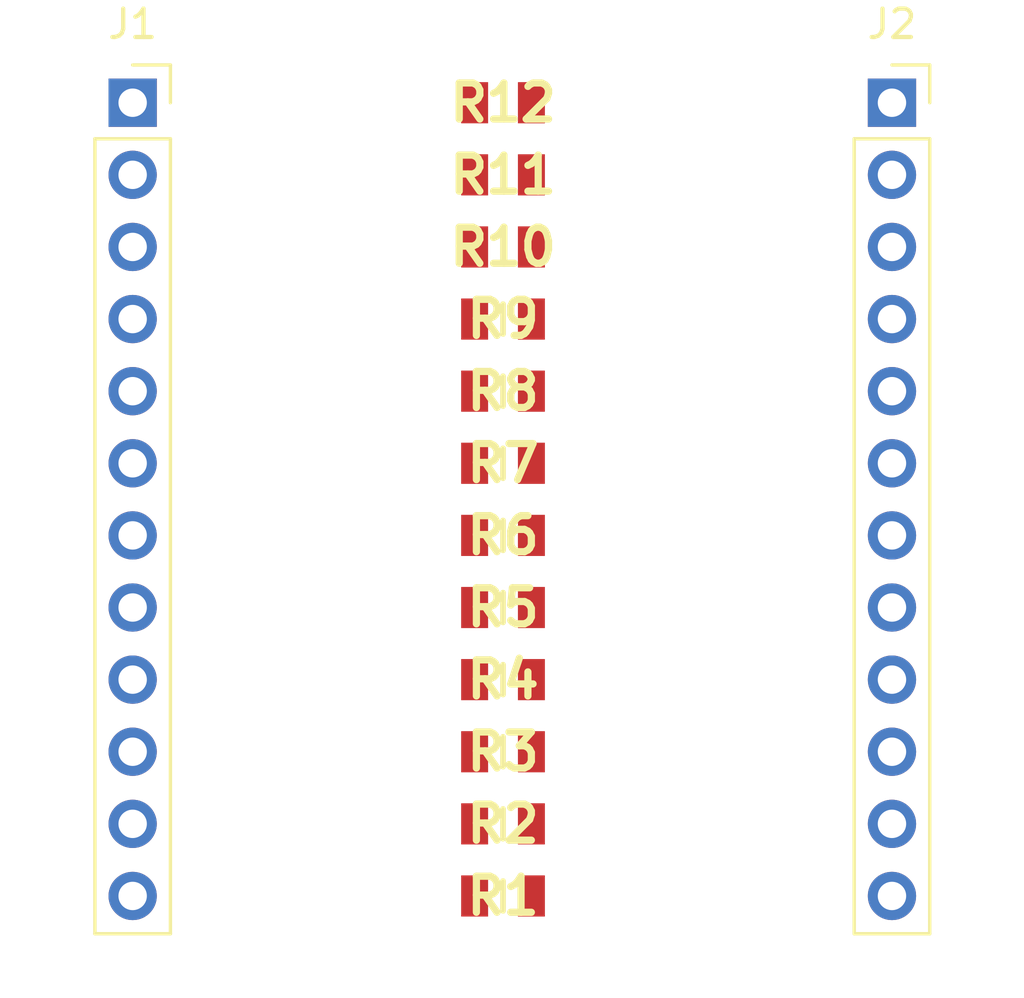
<source format=kicad_pcb>
(kicad_pcb (version 20221018) (generator pcbnew)
  (layers (0 "F.Cu" signal) (31 "B.Cu" signal) (34 "B.Paste" user) (35 "F.Paste" user) (36 "B.SilkS" user "B.Silkscreen") (37 "F.SilkS" user "F.Silkscreen") (38 "B.Mask" user) (39 "F.Mask" user) (44 "Edge.Cuts" user))
  (net 0 "")
  (net 1 "Net-(J1-Pin_1)")
  (net 2 "Net-(J1-Pin_2)")
  (net 3 "Net-(J1-Pin_3)")
  (net 4 "Net-(J1-Pin_4)")
  (net 5 "Net-(J1-Pin_5)")
  (net 6 "Net-(J1-Pin_6)")
  (net 7 "Net-(J1-Pin_7)")
  (net 8 "Net-(J1-Pin_8)")
  (net 9 "Net-(J1-Pin_9)")
  (net 10 "Net-(J1-Pin_10)")
  (net 11 "Net-(J1-Pin_11)")
  (net 12 "Net-(J1-Pin_12)")
  (net 13 "Net-(J2-Pin_1)")
  (net 14 "Net-(J2-Pin_2)")
  (net 15 "Net-(J2-Pin_3)")
  (net 16 "Net-(J2-Pin_4)")
  (net 17 "Net-(J2-Pin_5)")
  (net 18 "Net-(J2-Pin_6)")
  (net 19 "Net-(J2-Pin_7)")
  (net 20 "Net-(J2-Pin_8)")
  (net 21 "Net-(J2-Pin_9)")
  (net 22 "Net-(J2-Pin_10)")
  (net 23 "Net-(J2-Pin_11)")
  (net 24 "Net-(J2-Pin_12)")
  (footprint "FixedWing:RESC2012X50N" (layer "F.Cu") (at 148.86 91.44)
    (fp_text reference "R2" (at 0 0) (layer "F.SilkS") (effects (font (size 1.27 1.27) (thickness 0.254))))
    (fp_text value "100Ω" hide)
    (fp_line (start 0 -0.525) (end 0 0.525) (stroke (width 0.2)) (layer "F.SilkS"))
    (pad "1" smd rect (at -1 0) (size 0.95 1.45) (layers "F.Cu" "F.Paste" "F.Mask") (net 11 "Net-(J1-Pin_11)"))
    (pad "2" smd rect (at 1 0) (size 0.95 1.45) (layers "F.Cu" "F.Paste" "F.Mask") (net 23 "Net-(J2-Pin_11)"))
  )
  (footprint "FixedWing:RESC2012X50N" (layer "F.Cu") (at 148.86 93.98)
    (fp_text reference "R1" (at 0 0) (layer "F.SilkS") (effects (font (size 1.27 1.27) (thickness 0.254))))
    (fp_text value "100Ω" hide)
    (fp_line (start 0 -0.525) (end 0 0.525) (stroke (width 0.2)) (layer "F.SilkS"))
    (pad "1" smd rect (at -1 0) (size 0.95 1.45) (layers "F.Cu" "F.Paste" "F.Mask") (net 12 "Net-(J1-Pin_12)"))
    (pad "2" smd rect (at 1 0) (size 0.95 1.45) (layers "F.Cu" "F.Paste" "F.Mask") (net 24 "Net-(J2-Pin_12)"))
  )
  (footprint "Connector_PinSocket_2.54mm:PinSocket_1x12_P2.54mm_Vertical" (layer "F.Cu") (at 135.815 66.04)
    (fp_text reference "J1" (at 0 -2.77) (layer "F.SilkS"))
    (fp_text value "Conn_01x12")
    (fp_line (start -1.33 1.27) (end -1.33 29.27) (stroke (width 0.12)) (layer "F.SilkS"))
    (fp_line (start -1.33 1.27) (end 1.33 1.27) (stroke (width 0.12)) (layer "F.SilkS"))
    (fp_line (start -1.33 29.27) (end 1.33 29.27) (stroke (width 0.12)) (layer "F.SilkS"))
    (fp_line (start 0 -1.33) (end 1.33 -1.33) (stroke (width 0.12)) (layer "F.SilkS"))
    (fp_line (start 1.33 -1.33) (end 1.33 0) (stroke (width 0.12)) (layer "F.SilkS"))
    (fp_line (start 1.33 1.27) (end 1.33 29.27) (stroke (width 0.12)) (layer "F.SilkS"))
    (pad "1" thru_hole rect (at 0 0) (size 1.7 1.7) (drill 1) (layers "*.Cu" "*.Mask") (net 1 "Net-(J1-Pin_1)"))
    (pad "2" thru_hole oval (at 0 2.54) (size 1.7 1.7) (drill 1) (layers "*.Cu" "*.Mask") (net 2 "Net-(J1-Pin_2)"))
    (pad "3" thru_hole oval (at 0 5.08) (size 1.7 1.7) (drill 1) (layers "*.Cu" "*.Mask") (net 3 "Net-(J1-Pin_3)"))
    (pad "4" thru_hole oval (at 0 7.62) (size 1.7 1.7) (drill 1) (layers "*.Cu" "*.Mask") (net 4 "Net-(J1-Pin_4)"))
    (pad "5" thru_hole oval (at 0 10.16) (size 1.7 1.7) (drill 1) (layers "*.Cu" "*.Mask") (net 5 "Net-(J1-Pin_5)"))
    (pad "6" thru_hole oval (at 0 12.7) (size 1.7 1.7) (drill 1) (layers "*.Cu" "*.Mask") (net 6 "Net-(J1-Pin_6)"))
    (pad "7" thru_hole oval (at 0 15.24) (size 1.7 1.7) (drill 1) (layers "*.Cu" "*.Mask") (net 7 "Net-(J1-Pin_7)"))
    (pad "8" thru_hole oval (at 0 17.78) (size 1.7 1.7) (drill 1) (layers "*.Cu" "*.Mask") (net 8 "Net-(J1-Pin_8)"))
    (pad "9" thru_hole oval (at 0 20.32) (size 1.7 1.7) (drill 1) (layers "*.Cu" "*.Mask") (net 9 "Net-(J1-Pin_9)"))
    (pad "10" thru_hole oval (at 0 22.86) (size 1.7 1.7) (drill 1) (layers "*.Cu" "*.Mask") (net 10 "Net-(J1-Pin_10)"))
    (pad "11" thru_hole oval (at 0 25.4) (size 1.7 1.7) (drill 1) (layers "*.Cu" "*.Mask") (net 11 "Net-(J1-Pin_11)"))
    (pad "12" thru_hole oval (at 0 27.94) (size 1.7 1.7) (drill 1) (layers "*.Cu" "*.Mask") (net 12 "Net-(J1-Pin_12)"))
  )
  (footprint "FixedWing:RESC2012X50N" (layer "F.Cu") (at 148.86 71.12)
    (fp_text reference "R10" (at 0 0) (layer "F.SilkS") (effects (font (size 1.27 1.27) (thickness 0.254))))
    (fp_text value "100Ω" hide)
    (fp_line (start 0 -0.525) (end 0 0.525) (stroke (width 0.2)) (layer "F.SilkS"))
    (pad "1" smd rect (at -1 0) (size 0.95 1.45) (layers "F.Cu" "F.Paste" "F.Mask") (net 3 "Net-(J1-Pin_3)"))
    (pad "2" smd rect (at 1 0) (size 0.95 1.45) (layers "F.Cu" "F.Paste" "F.Mask") (net 15 "Net-(J2-Pin_3)"))
  )
  (footprint "FixedWing:RESC2012X50N" (layer "F.Cu") (at 148.86 78.74)
    (fp_text reference "R7" (at 0 0) (layer "F.SilkS") (effects (font (size 1.27 1.27) (thickness 0.254))))
    (fp_text value "100Ω" hide)
    (fp_line (start 0 -0.525) (end 0 0.525) (stroke (width 0.2)) (layer "F.SilkS"))
    (pad "1" smd rect (at -1 0) (size 0.95 1.45) (layers "F.Cu" "F.Paste" "F.Mask") (net 6 "Net-(J1-Pin_6)"))
    (pad "2" smd rect (at 1 0) (size 0.95 1.45) (layers "F.Cu" "F.Paste" "F.Mask") (net 18 "Net-(J2-Pin_6)"))
  )
  (footprint "FixedWing:RESC2012X50N" (layer "F.Cu") (at 148.86 83.82)
    (fp_text reference "R5" (at 0 0) (layer "F.SilkS") (effects (font (size 1.27 1.27) (thickness 0.254))))
    (fp_text value "100Ω" hide)
    (fp_line (start 0 -0.525) (end 0 0.525) (stroke (width 0.2)) (layer "F.SilkS"))
    (pad "1" smd rect (at -1 0) (size 0.95 1.45) (layers "F.Cu" "F.Paste" "F.Mask") (net 8 "Net-(J1-Pin_8)"))
    (pad "2" smd rect (at 1 0) (size 0.95 1.45) (layers "F.Cu" "F.Paste" "F.Mask") (net 20 "Net-(J2-Pin_8)"))
  )
  (footprint "FixedWing:RESC2012X50N" (layer "F.Cu") (at 148.86 76.2)
    (fp_text reference "R8" (at 0 0) (layer "F.SilkS") (effects (font (size 1.27 1.27) (thickness 0.254))))
    (fp_text value "100Ω" hide)
    (fp_line (start 0 -0.525) (end 0 0.525) (stroke (width 0.2)) (layer "F.SilkS"))
    (pad "1" smd rect (at -1 0) (size 0.95 1.45) (layers "F.Cu" "F.Paste" "F.Mask") (net 5 "Net-(J1-Pin_5)"))
    (pad "2" smd rect (at 1 0) (size 0.95 1.45) (layers "F.Cu" "F.Paste" "F.Mask") (net 17 "Net-(J2-Pin_5)"))
  )
  (footprint "FixedWing:RESC2012X50N" (layer "F.Cu") (at 148.86 68.58)
    (fp_text reference "R11" (at 0 0) (layer "F.SilkS") (effects (font (size 1.27 1.27) (thickness 0.254))))
    (fp_text value "100Ω" hide)
    (fp_line (start 0 -0.525) (end 0 0.525) (stroke (width 0.2)) (layer "F.SilkS"))
    (pad "1" smd rect (at -1 0) (size 0.95 1.45) (layers "F.Cu" "F.Paste" "F.Mask") (net 2 "Net-(J1-Pin_2)"))
    (pad "2" smd rect (at 1 0) (size 0.95 1.45) (layers "F.Cu" "F.Paste" "F.Mask") (net 14 "Net-(J2-Pin_2)"))
  )
  (footprint "FixedWing:RESC2012X50N" (layer "F.Cu") (at 148.86 81.28)
    (fp_text reference "R6" (at 0 0) (layer "F.SilkS") (effects (font (size 1.27 1.27) (thickness 0.254))))
    (fp_text value "100Ω" hide)
    (fp_line (start 0 -0.525) (end 0 0.525) (stroke (width 0.2)) (layer "F.SilkS"))
    (pad "1" smd rect (at -1 0) (size 0.95 1.45) (layers "F.Cu" "F.Paste" "F.Mask") (net 7 "Net-(J1-Pin_7)"))
    (pad "2" smd rect (at 1 0) (size 0.95 1.45) (layers "F.Cu" "F.Paste" "F.Mask") (net 19 "Net-(J2-Pin_7)"))
  )
  (footprint "FixedWing:RESC2012X50N" (layer "F.Cu") (at 148.86 66.04)
    (fp_text reference "R12" (at 0 0) (layer "F.SilkS") (effects (font (size 1.27 1.27) (thickness 0.254))))
    (fp_text value "100Ω" hide)
    (fp_line (start 0 -0.525) (end 0 0.525) (stroke (width 0.2)) (layer "F.SilkS"))
    (pad "1" smd rect (at -1 0) (size 0.95 1.45) (layers "F.Cu" "F.Paste" "F.Mask") (net 1 "Net-(J1-Pin_1)"))
    (pad "2" smd rect (at 1 0) (size 0.95 1.45) (layers "F.Cu" "F.Paste" "F.Mask") (net 13 "Net-(J2-Pin_1)"))
  )
  (footprint "Connector_PinSocket_2.54mm:PinSocket_1x12_P2.54mm_Vertical" (layer "F.Cu") (at 162.56 66.04)
    (fp_text reference "J2" (at 0 -2.77) (layer "F.SilkS"))
    (fp_text value "Conn_01x12")
    (fp_line (start -1.33 1.27) (end -1.33 29.27) (stroke (width 0.12)) (layer "F.SilkS"))
    (fp_line (start -1.33 1.27) (end 1.33 1.27) (stroke (width 0.12)) (layer "F.SilkS"))
    (fp_line (start -1.33 29.27) (end 1.33 29.27) (stroke (width 0.12)) (layer "F.SilkS"))
    (fp_line (start 0 -1.33) (end 1.33 -1.33) (stroke (width 0.12)) (layer "F.SilkS"))
    (fp_line (start 1.33 -1.33) (end 1.33 0) (stroke (width 0.12)) (layer "F.SilkS"))
    (fp_line (start 1.33 1.27) (end 1.33 29.27) (stroke (width 0.12)) (layer "F.SilkS"))
    (pad "1" thru_hole rect (at 0 0) (size 1.7 1.7) (drill 1) (layers "*.Cu" "*.Mask") (net 13 "Net-(J2-Pin_1)"))
    (pad "2" thru_hole oval (at 0 2.54) (size 1.7 1.7) (drill 1) (layers "*.Cu" "*.Mask") (net 14 "Net-(J2-Pin_2)"))
    (pad "3" thru_hole oval (at 0 5.08) (size 1.7 1.7) (drill 1) (layers "*.Cu" "*.Mask") (net 15 "Net-(J2-Pin_3)"))
    (pad "4" thru_hole oval (at 0 7.62) (size 1.7 1.7) (drill 1) (layers "*.Cu" "*.Mask") (net 16 "Net-(J2-Pin_4)"))
    (pad "5" thru_hole oval (at 0 10.16) (size 1.7 1.7) (drill 1) (layers "*.Cu" "*.Mask") (net 17 "Net-(J2-Pin_5)"))
    (pad "6" thru_hole oval (at 0 12.7) (size 1.7 1.7) (drill 1) (layers "*.Cu" "*.Mask") (net 18 "Net-(J2-Pin_6)"))
    (pad "7" thru_hole oval (at 0 15.24) (size 1.7 1.7) (drill 1) (layers "*.Cu" "*.Mask") (net 19 "Net-(J2-Pin_7)"))
    (pad "8" thru_hole oval (at 0 17.78) (size 1.7 1.7) (drill 1) (layers "*.Cu" "*.Mask") (net 20 "Net-(J2-Pin_8)"))
    (pad "9" thru_hole oval (at 0 20.32) (size 1.7 1.7) (drill 1) (layers "*.Cu" "*.Mask") (net 21 "Net-(J2-Pin_9)"))
    (pad "10" thru_hole oval (at 0 22.86) (size 1.7 1.7) (drill 1) (layers "*.Cu" "*.Mask") (net 22 "Net-(J2-Pin_10)"))
    (pad "11" thru_hole oval (at 0 25.4) (size 1.7 1.7) (drill 1) (layers "*.Cu" "*.Mask") (net 23 "Net-(J2-Pin_11)"))
    (pad "12" thru_hole oval (at 0 27.94) (size 1.7 1.7) (drill 1) (layers "*.Cu" "*.Mask") (net 24 "Net-(J2-Pin_12)"))
  )
  (footprint "FixedWing:RESC2012X50N" (layer "F.Cu") (at 148.86 86.36)
    (fp_text reference "R4" (at 0 0) (layer "F.SilkS") (effects (font (size 1.27 1.27) (thickness 0.254))))
    (fp_text value "100Ω" hide)
    (fp_line (start 0 -0.525) (end 0 0.525) (stroke (width 0.2)) (layer "F.SilkS"))
    (pad "1" smd rect (at -1 0) (size 0.95 1.45) (layers "F.Cu" "F.Paste" "F.Mask") (net 9 "Net-(J1-Pin_9)"))
    (pad "2" smd rect (at 1 0) (size 0.95 1.45) (layers "F.Cu" "F.Paste" "F.Mask") (net 21 "Net-(J2-Pin_9)"))
  )
  (footprint "FixedWing:RESC2012X50N" (layer "F.Cu") (at 148.86 88.9)
    (fp_text reference "R3" (at 0 0) (layer "F.SilkS") (effects (font (size 1.27 1.27) (thickness 0.254))))
    (fp_text value "100Ω" hide)
    (fp_line (start 0 -0.525) (end 0 0.525) (stroke (width 0.2)) (layer "F.SilkS"))
    (pad "1" smd rect (at -1 0) (size 0.95 1.45) (layers "F.Cu" "F.Paste" "F.Mask") (net 10 "Net-(J1-Pin_10)"))
    (pad "2" smd rect (at 1 0) (size 0.95 1.45) (layers "F.Cu" "F.Paste" "F.Mask") (net 22 "Net-(J2-Pin_10)"))
  )
  (footprint "FixedWing:RESC2012X50N" (layer "F.Cu") (at 148.86 73.66)
    (fp_text reference "R9" (at 0 0) (layer "F.SilkS") (effects (font (size 1.27 1.27) (thickness 0.254))))
    (fp_text value "100Ω" hide)
    (fp_line (start 0 -0.525) (end 0 0.525) (stroke (width 0.2)) (layer "F.SilkS"))
    (pad "1" smd rect (at -1 0) (size 0.95 1.45) (layers "F.Cu" "F.Paste" "F.Mask") (net 4 "Net-(J1-Pin_4)"))
    (pad "2" smd rect (at 1 0) (size 0.95 1.45) (layers "F.Cu" "F.Paste" "F.Mask") (net 16 "Net-(J2-Pin_4)"))
  )
)
</source>
